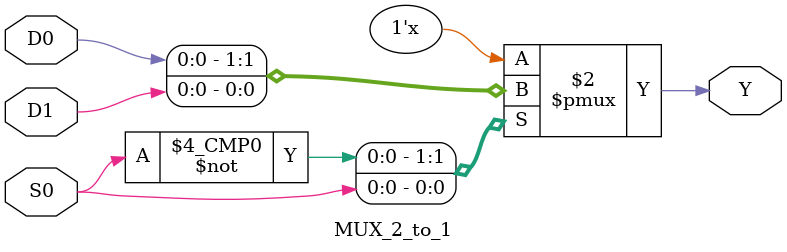
<source format=v>
`timescale 1ns / 1ps   // Defines simulation time units

module MUX_2_to_1(
    output reg Y,       // Output (registered type since it's inside always block)
    input D0, D1,       // Data inputs
    input S0            // Select line
    );

    always @(*) begin    // Combinational logic (sensitive to all inputs)
        case (S0)
            1'b0: Y = D0;    // When S0 = 0 → output D0
            1'b1: Y = D1;    // When S0 = 1 → output D1
        endcase
    end
endmodule

</source>
